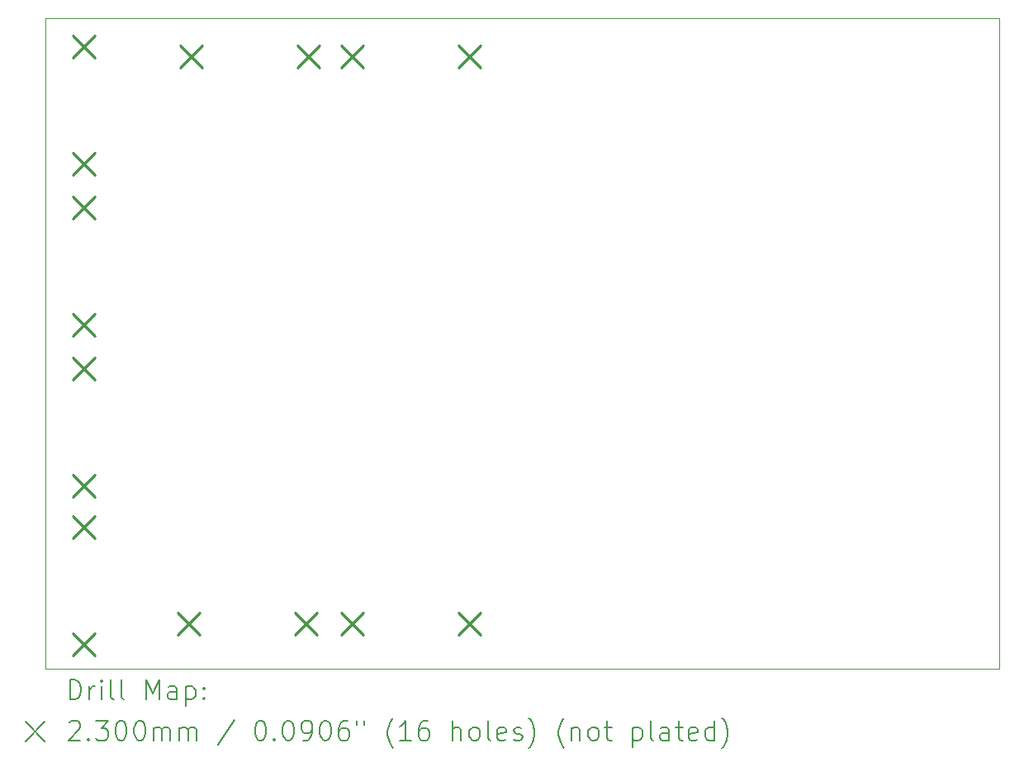
<source format=gbr>
%TF.GenerationSoftware,KiCad,Pcbnew,(6.0.9)*%
%TF.CreationDate,2022-12-08T20:01:21+01:00*%
%TF.ProjectId,floor-heating-controller-s2,666c6f6f-722d-4686-9561-74696e672d63,1*%
%TF.SameCoordinates,Original*%
%TF.FileFunction,Drillmap*%
%TF.FilePolarity,Positive*%
%FSLAX45Y45*%
G04 Gerber Fmt 4.5, Leading zero omitted, Abs format (unit mm)*
G04 Created by KiCad (PCBNEW (6.0.9)) date 2022-12-08 20:01:21*
%MOMM*%
%LPD*%
G01*
G04 APERTURE LIST*
%ADD10C,0.100000*%
%ADD11C,0.200000*%
%ADD12C,0.230000*%
G04 APERTURE END LIST*
D10*
X14668500Y-15684500D02*
X14668500Y-9017000D01*
X14668500Y-9017000D02*
X4889500Y-9017000D01*
X4889500Y-15684500D02*
X14668500Y-15684500D01*
X4889500Y-9017000D02*
X4889500Y-15684500D01*
D11*
D12*
X5169000Y-9191000D02*
X5399000Y-9421000D01*
X5399000Y-9191000D02*
X5169000Y-9421000D01*
X5169000Y-10391000D02*
X5399000Y-10621000D01*
X5399000Y-10391000D02*
X5169000Y-10621000D01*
X5169000Y-10842000D02*
X5399000Y-11072000D01*
X5399000Y-10842000D02*
X5169000Y-11072000D01*
X5169000Y-12042000D02*
X5399000Y-12272000D01*
X5399000Y-12042000D02*
X5169000Y-12272000D01*
X5169000Y-12493000D02*
X5399000Y-12723000D01*
X5399000Y-12493000D02*
X5169000Y-12723000D01*
X5169000Y-13693000D02*
X5399000Y-13923000D01*
X5399000Y-13693000D02*
X5169000Y-13923000D01*
X5169000Y-14118000D02*
X5399000Y-14348000D01*
X5399000Y-14118000D02*
X5169000Y-14348000D01*
X5169000Y-15318000D02*
X5399000Y-15548000D01*
X5399000Y-15318000D02*
X5169000Y-15548000D01*
X6244000Y-15111500D02*
X6474000Y-15341500D01*
X6474000Y-15111500D02*
X6244000Y-15341500D01*
X6270000Y-9296500D02*
X6500000Y-9526500D01*
X6500000Y-9296500D02*
X6270000Y-9526500D01*
X7444000Y-15111500D02*
X7674000Y-15341500D01*
X7674000Y-15111500D02*
X7444000Y-15341500D01*
X7470000Y-9296500D02*
X7700000Y-9526500D01*
X7700000Y-9296500D02*
X7470000Y-9526500D01*
X7921000Y-9296500D02*
X8151000Y-9526500D01*
X8151000Y-9296500D02*
X7921000Y-9526500D01*
X7921000Y-15111500D02*
X8151000Y-15341500D01*
X8151000Y-15111500D02*
X7921000Y-15341500D01*
X9121000Y-9296500D02*
X9351000Y-9526500D01*
X9351000Y-9296500D02*
X9121000Y-9526500D01*
X9121000Y-15111500D02*
X9351000Y-15341500D01*
X9351000Y-15111500D02*
X9121000Y-15341500D01*
D11*
X5142119Y-15999976D02*
X5142119Y-15799976D01*
X5189738Y-15799976D01*
X5218310Y-15809500D01*
X5237357Y-15828548D01*
X5246881Y-15847595D01*
X5256405Y-15885690D01*
X5256405Y-15914262D01*
X5246881Y-15952357D01*
X5237357Y-15971405D01*
X5218310Y-15990452D01*
X5189738Y-15999976D01*
X5142119Y-15999976D01*
X5342119Y-15999976D02*
X5342119Y-15866643D01*
X5342119Y-15904738D02*
X5351643Y-15885690D01*
X5361167Y-15876167D01*
X5380214Y-15866643D01*
X5399262Y-15866643D01*
X5465929Y-15999976D02*
X5465929Y-15866643D01*
X5465929Y-15799976D02*
X5456405Y-15809500D01*
X5465929Y-15819024D01*
X5475452Y-15809500D01*
X5465929Y-15799976D01*
X5465929Y-15819024D01*
X5589738Y-15999976D02*
X5570690Y-15990452D01*
X5561167Y-15971405D01*
X5561167Y-15799976D01*
X5694500Y-15999976D02*
X5675452Y-15990452D01*
X5665928Y-15971405D01*
X5665928Y-15799976D01*
X5923071Y-15999976D02*
X5923071Y-15799976D01*
X5989738Y-15942833D01*
X6056405Y-15799976D01*
X6056405Y-15999976D01*
X6237357Y-15999976D02*
X6237357Y-15895214D01*
X6227833Y-15876167D01*
X6208786Y-15866643D01*
X6170690Y-15866643D01*
X6151643Y-15876167D01*
X6237357Y-15990452D02*
X6218309Y-15999976D01*
X6170690Y-15999976D01*
X6151643Y-15990452D01*
X6142119Y-15971405D01*
X6142119Y-15952357D01*
X6151643Y-15933309D01*
X6170690Y-15923786D01*
X6218309Y-15923786D01*
X6237357Y-15914262D01*
X6332595Y-15866643D02*
X6332595Y-16066643D01*
X6332595Y-15876167D02*
X6351643Y-15866643D01*
X6389738Y-15866643D01*
X6408786Y-15876167D01*
X6418309Y-15885690D01*
X6427833Y-15904738D01*
X6427833Y-15961881D01*
X6418309Y-15980928D01*
X6408786Y-15990452D01*
X6389738Y-15999976D01*
X6351643Y-15999976D01*
X6332595Y-15990452D01*
X6513548Y-15980928D02*
X6523071Y-15990452D01*
X6513548Y-15999976D01*
X6504024Y-15990452D01*
X6513548Y-15980928D01*
X6513548Y-15999976D01*
X6513548Y-15876167D02*
X6523071Y-15885690D01*
X6513548Y-15895214D01*
X6504024Y-15885690D01*
X6513548Y-15876167D01*
X6513548Y-15895214D01*
X4684500Y-16229500D02*
X4884500Y-16429500D01*
X4884500Y-16229500D02*
X4684500Y-16429500D01*
X5132595Y-16239024D02*
X5142119Y-16229500D01*
X5161167Y-16219976D01*
X5208786Y-16219976D01*
X5227833Y-16229500D01*
X5237357Y-16239024D01*
X5246881Y-16258071D01*
X5246881Y-16277119D01*
X5237357Y-16305690D01*
X5123071Y-16419976D01*
X5246881Y-16419976D01*
X5332595Y-16400928D02*
X5342119Y-16410452D01*
X5332595Y-16419976D01*
X5323071Y-16410452D01*
X5332595Y-16400928D01*
X5332595Y-16419976D01*
X5408786Y-16219976D02*
X5532595Y-16219976D01*
X5465929Y-16296167D01*
X5494500Y-16296167D01*
X5513548Y-16305690D01*
X5523071Y-16315214D01*
X5532595Y-16334262D01*
X5532595Y-16381881D01*
X5523071Y-16400928D01*
X5513548Y-16410452D01*
X5494500Y-16419976D01*
X5437357Y-16419976D01*
X5418310Y-16410452D01*
X5408786Y-16400928D01*
X5656405Y-16219976D02*
X5675452Y-16219976D01*
X5694500Y-16229500D01*
X5704024Y-16239024D01*
X5713548Y-16258071D01*
X5723071Y-16296167D01*
X5723071Y-16343786D01*
X5713548Y-16381881D01*
X5704024Y-16400928D01*
X5694500Y-16410452D01*
X5675452Y-16419976D01*
X5656405Y-16419976D01*
X5637357Y-16410452D01*
X5627833Y-16400928D01*
X5618309Y-16381881D01*
X5608786Y-16343786D01*
X5608786Y-16296167D01*
X5618309Y-16258071D01*
X5627833Y-16239024D01*
X5637357Y-16229500D01*
X5656405Y-16219976D01*
X5846881Y-16219976D02*
X5865928Y-16219976D01*
X5884976Y-16229500D01*
X5894500Y-16239024D01*
X5904024Y-16258071D01*
X5913548Y-16296167D01*
X5913548Y-16343786D01*
X5904024Y-16381881D01*
X5894500Y-16400928D01*
X5884976Y-16410452D01*
X5865928Y-16419976D01*
X5846881Y-16419976D01*
X5827833Y-16410452D01*
X5818309Y-16400928D01*
X5808786Y-16381881D01*
X5799262Y-16343786D01*
X5799262Y-16296167D01*
X5808786Y-16258071D01*
X5818309Y-16239024D01*
X5827833Y-16229500D01*
X5846881Y-16219976D01*
X5999262Y-16419976D02*
X5999262Y-16286643D01*
X5999262Y-16305690D02*
X6008786Y-16296167D01*
X6027833Y-16286643D01*
X6056405Y-16286643D01*
X6075452Y-16296167D01*
X6084976Y-16315214D01*
X6084976Y-16419976D01*
X6084976Y-16315214D02*
X6094500Y-16296167D01*
X6113548Y-16286643D01*
X6142119Y-16286643D01*
X6161167Y-16296167D01*
X6170690Y-16315214D01*
X6170690Y-16419976D01*
X6265928Y-16419976D02*
X6265928Y-16286643D01*
X6265928Y-16305690D02*
X6275452Y-16296167D01*
X6294500Y-16286643D01*
X6323071Y-16286643D01*
X6342119Y-16296167D01*
X6351643Y-16315214D01*
X6351643Y-16419976D01*
X6351643Y-16315214D02*
X6361167Y-16296167D01*
X6380214Y-16286643D01*
X6408786Y-16286643D01*
X6427833Y-16296167D01*
X6437357Y-16315214D01*
X6437357Y-16419976D01*
X6827833Y-16210452D02*
X6656405Y-16467595D01*
X7084976Y-16219976D02*
X7104024Y-16219976D01*
X7123071Y-16229500D01*
X7132595Y-16239024D01*
X7142119Y-16258071D01*
X7151643Y-16296167D01*
X7151643Y-16343786D01*
X7142119Y-16381881D01*
X7132595Y-16400928D01*
X7123071Y-16410452D01*
X7104024Y-16419976D01*
X7084976Y-16419976D01*
X7065928Y-16410452D01*
X7056405Y-16400928D01*
X7046881Y-16381881D01*
X7037357Y-16343786D01*
X7037357Y-16296167D01*
X7046881Y-16258071D01*
X7056405Y-16239024D01*
X7065928Y-16229500D01*
X7084976Y-16219976D01*
X7237357Y-16400928D02*
X7246881Y-16410452D01*
X7237357Y-16419976D01*
X7227833Y-16410452D01*
X7237357Y-16400928D01*
X7237357Y-16419976D01*
X7370690Y-16219976D02*
X7389738Y-16219976D01*
X7408786Y-16229500D01*
X7418309Y-16239024D01*
X7427833Y-16258071D01*
X7437357Y-16296167D01*
X7437357Y-16343786D01*
X7427833Y-16381881D01*
X7418309Y-16400928D01*
X7408786Y-16410452D01*
X7389738Y-16419976D01*
X7370690Y-16419976D01*
X7351643Y-16410452D01*
X7342119Y-16400928D01*
X7332595Y-16381881D01*
X7323071Y-16343786D01*
X7323071Y-16296167D01*
X7332595Y-16258071D01*
X7342119Y-16239024D01*
X7351643Y-16229500D01*
X7370690Y-16219976D01*
X7532595Y-16419976D02*
X7570690Y-16419976D01*
X7589738Y-16410452D01*
X7599262Y-16400928D01*
X7618309Y-16372357D01*
X7627833Y-16334262D01*
X7627833Y-16258071D01*
X7618309Y-16239024D01*
X7608786Y-16229500D01*
X7589738Y-16219976D01*
X7551643Y-16219976D01*
X7532595Y-16229500D01*
X7523071Y-16239024D01*
X7513548Y-16258071D01*
X7513548Y-16305690D01*
X7523071Y-16324738D01*
X7532595Y-16334262D01*
X7551643Y-16343786D01*
X7589738Y-16343786D01*
X7608786Y-16334262D01*
X7618309Y-16324738D01*
X7627833Y-16305690D01*
X7751643Y-16219976D02*
X7770690Y-16219976D01*
X7789738Y-16229500D01*
X7799262Y-16239024D01*
X7808786Y-16258071D01*
X7818309Y-16296167D01*
X7818309Y-16343786D01*
X7808786Y-16381881D01*
X7799262Y-16400928D01*
X7789738Y-16410452D01*
X7770690Y-16419976D01*
X7751643Y-16419976D01*
X7732595Y-16410452D01*
X7723071Y-16400928D01*
X7713548Y-16381881D01*
X7704024Y-16343786D01*
X7704024Y-16296167D01*
X7713548Y-16258071D01*
X7723071Y-16239024D01*
X7732595Y-16229500D01*
X7751643Y-16219976D01*
X7989738Y-16219976D02*
X7951643Y-16219976D01*
X7932595Y-16229500D01*
X7923071Y-16239024D01*
X7904024Y-16267595D01*
X7894500Y-16305690D01*
X7894500Y-16381881D01*
X7904024Y-16400928D01*
X7913548Y-16410452D01*
X7932595Y-16419976D01*
X7970690Y-16419976D01*
X7989738Y-16410452D01*
X7999262Y-16400928D01*
X8008786Y-16381881D01*
X8008786Y-16334262D01*
X7999262Y-16315214D01*
X7989738Y-16305690D01*
X7970690Y-16296167D01*
X7932595Y-16296167D01*
X7913548Y-16305690D01*
X7904024Y-16315214D01*
X7894500Y-16334262D01*
X8084976Y-16219976D02*
X8084976Y-16258071D01*
X8161167Y-16219976D02*
X8161167Y-16258071D01*
X8456405Y-16496167D02*
X8446881Y-16486643D01*
X8427833Y-16458071D01*
X8418310Y-16439024D01*
X8408786Y-16410452D01*
X8399262Y-16362833D01*
X8399262Y-16324738D01*
X8408786Y-16277119D01*
X8418310Y-16248548D01*
X8427833Y-16229500D01*
X8446881Y-16200928D01*
X8456405Y-16191405D01*
X8637357Y-16419976D02*
X8523071Y-16419976D01*
X8580214Y-16419976D02*
X8580214Y-16219976D01*
X8561167Y-16248548D01*
X8542119Y-16267595D01*
X8523071Y-16277119D01*
X8808786Y-16219976D02*
X8770690Y-16219976D01*
X8751643Y-16229500D01*
X8742119Y-16239024D01*
X8723071Y-16267595D01*
X8713548Y-16305690D01*
X8713548Y-16381881D01*
X8723071Y-16400928D01*
X8732595Y-16410452D01*
X8751643Y-16419976D01*
X8789738Y-16419976D01*
X8808786Y-16410452D01*
X8818310Y-16400928D01*
X8827833Y-16381881D01*
X8827833Y-16334262D01*
X8818310Y-16315214D01*
X8808786Y-16305690D01*
X8789738Y-16296167D01*
X8751643Y-16296167D01*
X8732595Y-16305690D01*
X8723071Y-16315214D01*
X8713548Y-16334262D01*
X9065929Y-16419976D02*
X9065929Y-16219976D01*
X9151643Y-16419976D02*
X9151643Y-16315214D01*
X9142119Y-16296167D01*
X9123071Y-16286643D01*
X9094500Y-16286643D01*
X9075452Y-16296167D01*
X9065929Y-16305690D01*
X9275452Y-16419976D02*
X9256405Y-16410452D01*
X9246881Y-16400928D01*
X9237357Y-16381881D01*
X9237357Y-16324738D01*
X9246881Y-16305690D01*
X9256405Y-16296167D01*
X9275452Y-16286643D01*
X9304024Y-16286643D01*
X9323071Y-16296167D01*
X9332595Y-16305690D01*
X9342119Y-16324738D01*
X9342119Y-16381881D01*
X9332595Y-16400928D01*
X9323071Y-16410452D01*
X9304024Y-16419976D01*
X9275452Y-16419976D01*
X9456405Y-16419976D02*
X9437357Y-16410452D01*
X9427833Y-16391405D01*
X9427833Y-16219976D01*
X9608786Y-16410452D02*
X9589738Y-16419976D01*
X9551643Y-16419976D01*
X9532595Y-16410452D01*
X9523071Y-16391405D01*
X9523071Y-16315214D01*
X9532595Y-16296167D01*
X9551643Y-16286643D01*
X9589738Y-16286643D01*
X9608786Y-16296167D01*
X9618310Y-16315214D01*
X9618310Y-16334262D01*
X9523071Y-16353309D01*
X9694500Y-16410452D02*
X9713548Y-16419976D01*
X9751643Y-16419976D01*
X9770690Y-16410452D01*
X9780214Y-16391405D01*
X9780214Y-16381881D01*
X9770690Y-16362833D01*
X9751643Y-16353309D01*
X9723071Y-16353309D01*
X9704024Y-16343786D01*
X9694500Y-16324738D01*
X9694500Y-16315214D01*
X9704024Y-16296167D01*
X9723071Y-16286643D01*
X9751643Y-16286643D01*
X9770690Y-16296167D01*
X9846881Y-16496167D02*
X9856405Y-16486643D01*
X9875452Y-16458071D01*
X9884976Y-16439024D01*
X9894500Y-16410452D01*
X9904024Y-16362833D01*
X9904024Y-16324738D01*
X9894500Y-16277119D01*
X9884976Y-16248548D01*
X9875452Y-16229500D01*
X9856405Y-16200928D01*
X9846881Y-16191405D01*
X10208786Y-16496167D02*
X10199262Y-16486643D01*
X10180214Y-16458071D01*
X10170690Y-16439024D01*
X10161167Y-16410452D01*
X10151643Y-16362833D01*
X10151643Y-16324738D01*
X10161167Y-16277119D01*
X10170690Y-16248548D01*
X10180214Y-16229500D01*
X10199262Y-16200928D01*
X10208786Y-16191405D01*
X10284976Y-16286643D02*
X10284976Y-16419976D01*
X10284976Y-16305690D02*
X10294500Y-16296167D01*
X10313548Y-16286643D01*
X10342119Y-16286643D01*
X10361167Y-16296167D01*
X10370690Y-16315214D01*
X10370690Y-16419976D01*
X10494500Y-16419976D02*
X10475452Y-16410452D01*
X10465929Y-16400928D01*
X10456405Y-16381881D01*
X10456405Y-16324738D01*
X10465929Y-16305690D01*
X10475452Y-16296167D01*
X10494500Y-16286643D01*
X10523071Y-16286643D01*
X10542119Y-16296167D01*
X10551643Y-16305690D01*
X10561167Y-16324738D01*
X10561167Y-16381881D01*
X10551643Y-16400928D01*
X10542119Y-16410452D01*
X10523071Y-16419976D01*
X10494500Y-16419976D01*
X10618310Y-16286643D02*
X10694500Y-16286643D01*
X10646881Y-16219976D02*
X10646881Y-16391405D01*
X10656405Y-16410452D01*
X10675452Y-16419976D01*
X10694500Y-16419976D01*
X10913548Y-16286643D02*
X10913548Y-16486643D01*
X10913548Y-16296167D02*
X10932595Y-16286643D01*
X10970690Y-16286643D01*
X10989738Y-16296167D01*
X10999262Y-16305690D01*
X11008786Y-16324738D01*
X11008786Y-16381881D01*
X10999262Y-16400928D01*
X10989738Y-16410452D01*
X10970690Y-16419976D01*
X10932595Y-16419976D01*
X10913548Y-16410452D01*
X11123071Y-16419976D02*
X11104024Y-16410452D01*
X11094500Y-16391405D01*
X11094500Y-16219976D01*
X11284976Y-16419976D02*
X11284976Y-16315214D01*
X11275452Y-16296167D01*
X11256405Y-16286643D01*
X11218309Y-16286643D01*
X11199262Y-16296167D01*
X11284976Y-16410452D02*
X11265928Y-16419976D01*
X11218309Y-16419976D01*
X11199262Y-16410452D01*
X11189738Y-16391405D01*
X11189738Y-16372357D01*
X11199262Y-16353309D01*
X11218309Y-16343786D01*
X11265928Y-16343786D01*
X11284976Y-16334262D01*
X11351643Y-16286643D02*
X11427833Y-16286643D01*
X11380214Y-16219976D02*
X11380214Y-16391405D01*
X11389738Y-16410452D01*
X11408786Y-16419976D01*
X11427833Y-16419976D01*
X11570690Y-16410452D02*
X11551643Y-16419976D01*
X11513548Y-16419976D01*
X11494500Y-16410452D01*
X11484976Y-16391405D01*
X11484976Y-16315214D01*
X11494500Y-16296167D01*
X11513548Y-16286643D01*
X11551643Y-16286643D01*
X11570690Y-16296167D01*
X11580214Y-16315214D01*
X11580214Y-16334262D01*
X11484976Y-16353309D01*
X11751643Y-16419976D02*
X11751643Y-16219976D01*
X11751643Y-16410452D02*
X11732595Y-16419976D01*
X11694500Y-16419976D01*
X11675452Y-16410452D01*
X11665928Y-16400928D01*
X11656405Y-16381881D01*
X11656405Y-16324738D01*
X11665928Y-16305690D01*
X11675452Y-16296167D01*
X11694500Y-16286643D01*
X11732595Y-16286643D01*
X11751643Y-16296167D01*
X11827833Y-16496167D02*
X11837357Y-16486643D01*
X11856405Y-16458071D01*
X11865928Y-16439024D01*
X11875452Y-16410452D01*
X11884976Y-16362833D01*
X11884976Y-16324738D01*
X11875452Y-16277119D01*
X11865928Y-16248548D01*
X11856405Y-16229500D01*
X11837357Y-16200928D01*
X11827833Y-16191405D01*
M02*

</source>
